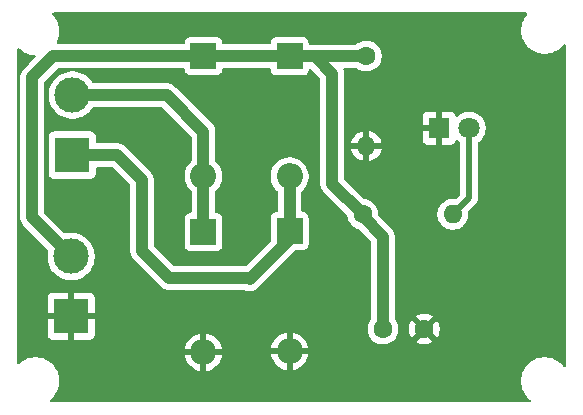
<source format=gbr>
G04 #@! TF.GenerationSoftware,KiCad,Pcbnew,9.0.1*
G04 #@! TF.CreationDate,2025-08-14T10:09:53+05:00*
G04 #@! TF.ProjectId,ac_to_dc_converter,61635f74-6f5f-4646-935f-636f6e766572,rev?*
G04 #@! TF.SameCoordinates,Original*
G04 #@! TF.FileFunction,Copper,L2,Bot*
G04 #@! TF.FilePolarity,Positive*
%FSLAX46Y46*%
G04 Gerber Fmt 4.6, Leading zero omitted, Abs format (unit mm)*
G04 Created by KiCad (PCBNEW 9.0.1) date 2025-08-14 10:09:53*
%MOMM*%
%LPD*%
G01*
G04 APERTURE LIST*
G04 #@! TA.AperFunction,ComponentPad*
%ADD10R,2.200000X2.200000*%
G04 #@! TD*
G04 #@! TA.AperFunction,ComponentPad*
%ADD11O,2.200000X2.200000*%
G04 #@! TD*
G04 #@! TA.AperFunction,ComponentPad*
%ADD12C,1.600000*%
G04 #@! TD*
G04 #@! TA.AperFunction,ComponentPad*
%ADD13O,1.600000X1.600000*%
G04 #@! TD*
G04 #@! TA.AperFunction,ComponentPad*
%ADD14R,3.000000X3.000000*%
G04 #@! TD*
G04 #@! TA.AperFunction,ComponentPad*
%ADD15C,3.000000*%
G04 #@! TD*
G04 #@! TA.AperFunction,ComponentPad*
%ADD16R,1.800000X1.800000*%
G04 #@! TD*
G04 #@! TA.AperFunction,ComponentPad*
%ADD17C,1.800000*%
G04 #@! TD*
G04 #@! TA.AperFunction,Conductor*
%ADD18C,1.000000*%
G04 #@! TD*
G04 #@! TA.AperFunction,Conductor*
%ADD19C,0.500000*%
G04 #@! TD*
G04 APERTURE END LIST*
D10*
X134100000Y-103520000D03*
D11*
X134100000Y-113680000D03*
D12*
X140280000Y-102100000D03*
D13*
X147900000Y-102100000D03*
D14*
X115600000Y-110740000D03*
D15*
X115600000Y-105660000D03*
D12*
X140600000Y-88690000D03*
D13*
X140600000Y-96310000D03*
D16*
X146760000Y-94800000D03*
D17*
X149300000Y-94800000D03*
D10*
X126800000Y-88700000D03*
D11*
X126800000Y-98860000D03*
D14*
X115700000Y-97080000D03*
D15*
X115700000Y-92000000D03*
D10*
X134100000Y-88720000D03*
D11*
X134100000Y-98880000D03*
D10*
X126800000Y-103600000D03*
D11*
X126800000Y-113760000D03*
D12*
X142000000Y-111800000D03*
X145500000Y-111800000D03*
D18*
X112300000Y-102360000D02*
X112300000Y-90500000D01*
X115600000Y-105660000D02*
X112300000Y-102360000D01*
X137700000Y-99520000D02*
X140280000Y-102100000D01*
X112300000Y-90500000D02*
X114100000Y-88700000D01*
X140280000Y-102100000D02*
X140280000Y-102280000D01*
X140280000Y-102280000D02*
X142000000Y-104000000D01*
X136300000Y-88720000D02*
X140570000Y-88720000D01*
X134100000Y-88720000D02*
X136300000Y-88720000D01*
X142000000Y-104000000D02*
X142000000Y-111800000D01*
X136300000Y-88720000D02*
X136300000Y-88800000D01*
X137700000Y-90200000D02*
X137700000Y-99520000D01*
X114100000Y-88700000D02*
X126800000Y-88700000D01*
X134080000Y-88700000D02*
X134100000Y-88720000D01*
X140570000Y-88720000D02*
X140600000Y-88690000D01*
X140580000Y-88720000D02*
X140600000Y-88700000D01*
X136300000Y-88800000D02*
X137700000Y-90200000D01*
X126800000Y-88700000D02*
X134080000Y-88700000D01*
X134020000Y-113760000D02*
X134100000Y-113680000D01*
X130600000Y-107500000D02*
X130700000Y-107600000D01*
X115700000Y-97080000D02*
X119480000Y-97080000D01*
X119480000Y-97080000D02*
X121600000Y-99200000D01*
X121600000Y-99200000D02*
X121600000Y-105200000D01*
X130700000Y-107600000D02*
X134100000Y-104200000D01*
X134100000Y-98880000D02*
X134100000Y-103520000D01*
X121600000Y-105200000D02*
X123900000Y-107500000D01*
X123900000Y-107500000D02*
X130600000Y-107500000D01*
X134100000Y-104200000D02*
X134100000Y-103520000D01*
X123700000Y-92000000D02*
X126800000Y-95100000D01*
X126800000Y-95100000D02*
X126800000Y-98860000D01*
X115700000Y-92000000D02*
X123700000Y-92000000D01*
X126800000Y-98860000D02*
X126800000Y-103600000D01*
D19*
X149300000Y-94800000D02*
X149300000Y-100700000D01*
X149300000Y-100700000D02*
X147900000Y-102100000D01*
G04 #@! TA.AperFunction,Conductor*
G36*
X154144625Y-85020185D02*
G01*
X154190380Y-85072989D01*
X154200324Y-85142147D01*
X154175961Y-85199987D01*
X154033075Y-85386196D01*
X153901958Y-85613299D01*
X153901953Y-85613309D01*
X153801605Y-85855571D01*
X153801602Y-85855581D01*
X153733730Y-86108885D01*
X153699500Y-86368872D01*
X153699500Y-86631127D01*
X153720436Y-86790140D01*
X153733730Y-86891116D01*
X153798831Y-87134076D01*
X153801602Y-87144418D01*
X153801605Y-87144428D01*
X153901953Y-87386690D01*
X153901958Y-87386700D01*
X154033075Y-87613803D01*
X154192718Y-87821851D01*
X154192726Y-87821860D01*
X154378140Y-88007274D01*
X154378148Y-88007281D01*
X154586196Y-88166924D01*
X154813299Y-88298041D01*
X154813309Y-88298046D01*
X155024358Y-88385465D01*
X155055581Y-88398398D01*
X155308884Y-88466270D01*
X155568880Y-88500500D01*
X155568887Y-88500500D01*
X155831113Y-88500500D01*
X155831120Y-88500500D01*
X156091116Y-88466270D01*
X156344419Y-88398398D01*
X156586697Y-88298043D01*
X156813803Y-88166924D01*
X157021851Y-88007282D01*
X157021855Y-88007277D01*
X157021860Y-88007274D01*
X157207273Y-87821860D01*
X157207282Y-87821851D01*
X157277127Y-87730827D01*
X157333552Y-87689628D01*
X157403298Y-87685473D01*
X157464219Y-87719686D01*
X157496971Y-87781403D01*
X157499500Y-87806317D01*
X157499500Y-114893682D01*
X157479815Y-114960721D01*
X157427011Y-115006476D01*
X157357853Y-115016420D01*
X157294297Y-114987395D01*
X157277125Y-114969169D01*
X157207281Y-114878148D01*
X157207274Y-114878140D01*
X157021860Y-114692726D01*
X157021851Y-114692718D01*
X156813803Y-114533075D01*
X156586700Y-114401958D01*
X156586690Y-114401953D01*
X156344428Y-114301605D01*
X156344421Y-114301603D01*
X156344419Y-114301602D01*
X156091116Y-114233730D01*
X156033339Y-114226123D01*
X155831127Y-114199500D01*
X155831120Y-114199500D01*
X155568880Y-114199500D01*
X155568872Y-114199500D01*
X155337772Y-114229926D01*
X155308884Y-114233730D01*
X155055581Y-114301602D01*
X155055571Y-114301605D01*
X154813309Y-114401953D01*
X154813299Y-114401958D01*
X154586196Y-114533075D01*
X154378148Y-114692718D01*
X154192718Y-114878148D01*
X154033075Y-115086196D01*
X153901958Y-115313299D01*
X153901953Y-115313309D01*
X153801605Y-115555571D01*
X153801602Y-115555581D01*
X153733730Y-115808885D01*
X153699500Y-116068872D01*
X153699500Y-116331127D01*
X153720436Y-116490140D01*
X153733730Y-116591116D01*
X153755178Y-116671161D01*
X153801602Y-116844418D01*
X153801605Y-116844428D01*
X153901953Y-117086690D01*
X153901958Y-117086700D01*
X154033075Y-117313803D01*
X154192718Y-117521851D01*
X154192726Y-117521860D01*
X154378140Y-117707274D01*
X154378148Y-117707281D01*
X154469169Y-117777125D01*
X154510372Y-117833553D01*
X154514526Y-117903299D01*
X154480313Y-117964219D01*
X154418595Y-117996971D01*
X154393682Y-117999500D01*
X113906318Y-117999500D01*
X113839279Y-117979815D01*
X113793524Y-117927011D01*
X113783580Y-117857853D01*
X113812605Y-117794297D01*
X113830831Y-117777125D01*
X113856478Y-117757444D01*
X113921851Y-117707282D01*
X113921855Y-117707277D01*
X113921860Y-117707274D01*
X114107274Y-117521860D01*
X114107277Y-117521855D01*
X114107282Y-117521851D01*
X114266924Y-117313803D01*
X114398043Y-117086697D01*
X114498398Y-116844419D01*
X114566270Y-116591116D01*
X114600500Y-116331120D01*
X114600500Y-116068880D01*
X114566270Y-115808884D01*
X114498398Y-115555581D01*
X114445294Y-115427376D01*
X114398046Y-115313309D01*
X114398041Y-115313299D01*
X114266924Y-115086196D01*
X114107281Y-114878148D01*
X114107274Y-114878140D01*
X113921860Y-114692726D01*
X113921851Y-114692718D01*
X113713803Y-114533075D01*
X113486700Y-114401958D01*
X113486690Y-114401953D01*
X113244428Y-114301605D01*
X113244421Y-114301603D01*
X113244419Y-114301602D01*
X112991116Y-114233730D01*
X112933339Y-114226123D01*
X112731127Y-114199500D01*
X112731120Y-114199500D01*
X112468880Y-114199500D01*
X112468872Y-114199500D01*
X112237772Y-114229926D01*
X112208884Y-114233730D01*
X111955581Y-114301602D01*
X111955571Y-114301605D01*
X111713309Y-114401953D01*
X111713299Y-114401958D01*
X111486196Y-114533075D01*
X111278148Y-114692718D01*
X111212181Y-114758685D01*
X111150858Y-114792170D01*
X111081166Y-114787186D01*
X111025233Y-114745314D01*
X111000816Y-114679850D01*
X111000500Y-114671004D01*
X111000500Y-113510000D01*
X125219652Y-113510000D01*
X126309252Y-113510000D01*
X126287482Y-113547708D01*
X126250000Y-113687591D01*
X126250000Y-113832409D01*
X126287482Y-113972292D01*
X126309252Y-114010000D01*
X125219652Y-114010000D01*
X125239397Y-114134668D01*
X125239397Y-114134671D01*
X125317219Y-114374184D01*
X125431557Y-114598583D01*
X125579590Y-114802331D01*
X125579590Y-114802332D01*
X125757667Y-114980409D01*
X125961416Y-115128442D01*
X126185815Y-115242780D01*
X126425329Y-115320602D01*
X126550000Y-115340348D01*
X126550000Y-114250747D01*
X126587708Y-114272518D01*
X126727591Y-114310000D01*
X126872409Y-114310000D01*
X127012292Y-114272518D01*
X127050000Y-114250747D01*
X127050000Y-115340347D01*
X127174668Y-115320602D01*
X127174671Y-115320602D01*
X127414184Y-115242780D01*
X127638583Y-115128442D01*
X127842331Y-114980409D01*
X127842332Y-114980409D01*
X128020409Y-114802332D01*
X128020409Y-114802331D01*
X128168442Y-114598583D01*
X128282780Y-114374184D01*
X128360602Y-114134671D01*
X128360602Y-114134668D01*
X128380348Y-114010000D01*
X127290748Y-114010000D01*
X127312518Y-113972292D01*
X127350000Y-113832409D01*
X127350000Y-113687591D01*
X127312518Y-113547708D01*
X127290748Y-113510000D01*
X128380348Y-113510000D01*
X128376620Y-113486461D01*
X128367677Y-113430000D01*
X132519652Y-113430000D01*
X133609252Y-113430000D01*
X133587482Y-113467708D01*
X133550000Y-113607591D01*
X133550000Y-113752409D01*
X133587482Y-113892292D01*
X133609252Y-113930000D01*
X132519652Y-113930000D01*
X132539397Y-114054668D01*
X132539397Y-114054671D01*
X132617219Y-114294184D01*
X132731557Y-114518583D01*
X132879590Y-114722331D01*
X132879590Y-114722332D01*
X133057667Y-114900409D01*
X133261416Y-115048442D01*
X133485815Y-115162780D01*
X133725329Y-115240602D01*
X133850000Y-115260348D01*
X133850000Y-114170747D01*
X133887708Y-114192518D01*
X134027591Y-114230000D01*
X134172409Y-114230000D01*
X134312292Y-114192518D01*
X134350000Y-114170747D01*
X134350000Y-115260347D01*
X134474668Y-115240602D01*
X134474671Y-115240602D01*
X134714184Y-115162780D01*
X134938583Y-115048442D01*
X135142331Y-114900409D01*
X135142332Y-114900409D01*
X135320409Y-114722332D01*
X135320409Y-114722331D01*
X135468442Y-114518583D01*
X135582780Y-114294184D01*
X135660602Y-114054671D01*
X135660602Y-114054668D01*
X135680348Y-113930000D01*
X134590748Y-113930000D01*
X134612518Y-113892292D01*
X134650000Y-113752409D01*
X134650000Y-113607591D01*
X134612518Y-113467708D01*
X134590748Y-113430000D01*
X135680348Y-113430000D01*
X135660602Y-113305331D01*
X135660602Y-113305328D01*
X135582780Y-113065815D01*
X135468442Y-112841416D01*
X135320409Y-112637668D01*
X135320409Y-112637667D01*
X135142332Y-112459590D01*
X134938583Y-112311557D01*
X134714184Y-112197219D01*
X134474670Y-112119397D01*
X134350000Y-112099650D01*
X134350000Y-113189252D01*
X134312292Y-113167482D01*
X134172409Y-113130000D01*
X134027591Y-113130000D01*
X133887708Y-113167482D01*
X133850000Y-113189252D01*
X133850000Y-112099650D01*
X133725330Y-112119397D01*
X133725327Y-112119397D01*
X133485815Y-112197219D01*
X133261416Y-112311557D01*
X133057668Y-112459590D01*
X133057667Y-112459590D01*
X132879590Y-112637667D01*
X132879590Y-112637668D01*
X132731557Y-112841416D01*
X132617219Y-113065815D01*
X132539397Y-113305328D01*
X132539397Y-113305331D01*
X132519652Y-113430000D01*
X128367677Y-113430000D01*
X128360602Y-113385331D01*
X128360602Y-113385328D01*
X128282780Y-113145815D01*
X128168442Y-112921416D01*
X128020409Y-112717668D01*
X128020409Y-112717667D01*
X127842332Y-112539590D01*
X127638583Y-112391557D01*
X127414184Y-112277219D01*
X127174670Y-112199397D01*
X127050000Y-112179650D01*
X127050000Y-113269252D01*
X127012292Y-113247482D01*
X126872409Y-113210000D01*
X126727591Y-113210000D01*
X126587708Y-113247482D01*
X126550000Y-113269252D01*
X126550000Y-112179650D01*
X126425330Y-112199397D01*
X126425327Y-112199397D01*
X126185815Y-112277219D01*
X125961416Y-112391557D01*
X125757668Y-112539590D01*
X125757667Y-112539590D01*
X125579590Y-112717667D01*
X125579590Y-112717668D01*
X125431557Y-112921416D01*
X125317219Y-113145815D01*
X125239397Y-113385328D01*
X125239397Y-113385331D01*
X125219652Y-113510000D01*
X111000500Y-113510000D01*
X111000500Y-109192155D01*
X113600000Y-109192155D01*
X113600000Y-110490000D01*
X114880936Y-110490000D01*
X114869207Y-110518316D01*
X114840000Y-110665147D01*
X114840000Y-110814853D01*
X114869207Y-110961684D01*
X114880936Y-110990000D01*
X113600000Y-110990000D01*
X113600000Y-112287844D01*
X113606401Y-112347372D01*
X113606403Y-112347379D01*
X113656645Y-112482086D01*
X113656649Y-112482093D01*
X113742809Y-112597187D01*
X113742812Y-112597190D01*
X113857906Y-112683350D01*
X113857913Y-112683354D01*
X113992620Y-112733596D01*
X113992627Y-112733598D01*
X114052155Y-112739999D01*
X114052172Y-112740000D01*
X115350000Y-112740000D01*
X115350000Y-111459064D01*
X115378316Y-111470793D01*
X115525147Y-111500000D01*
X115674853Y-111500000D01*
X115821684Y-111470793D01*
X115850000Y-111459064D01*
X115850000Y-112740000D01*
X117147828Y-112740000D01*
X117147844Y-112739999D01*
X117207372Y-112733598D01*
X117207379Y-112733596D01*
X117342086Y-112683354D01*
X117342093Y-112683350D01*
X117457187Y-112597190D01*
X117457190Y-112597187D01*
X117543350Y-112482093D01*
X117543354Y-112482086D01*
X117593596Y-112347379D01*
X117593598Y-112347372D01*
X117599999Y-112287844D01*
X117600000Y-112287827D01*
X117600000Y-110990000D01*
X116319064Y-110990000D01*
X116330793Y-110961684D01*
X116360000Y-110814853D01*
X116360000Y-110665147D01*
X116330793Y-110518316D01*
X116319064Y-110490000D01*
X117600000Y-110490000D01*
X117600000Y-109192172D01*
X117599999Y-109192155D01*
X117593598Y-109132627D01*
X117593596Y-109132620D01*
X117543354Y-108997913D01*
X117543350Y-108997906D01*
X117457190Y-108882812D01*
X117457187Y-108882809D01*
X117342093Y-108796649D01*
X117342086Y-108796645D01*
X117207379Y-108746403D01*
X117207372Y-108746401D01*
X117147844Y-108740000D01*
X115850000Y-108740000D01*
X115850000Y-110020935D01*
X115821684Y-110009207D01*
X115674853Y-109980000D01*
X115525147Y-109980000D01*
X115378316Y-110009207D01*
X115350000Y-110020935D01*
X115350000Y-108740000D01*
X114052155Y-108740000D01*
X113992627Y-108746401D01*
X113992620Y-108746403D01*
X113857913Y-108796645D01*
X113857906Y-108796649D01*
X113742812Y-108882809D01*
X113742809Y-108882812D01*
X113656649Y-108997906D01*
X113656645Y-108997913D01*
X113606403Y-109132620D01*
X113606401Y-109132627D01*
X113600000Y-109192155D01*
X111000500Y-109192155D01*
X111000500Y-88128996D01*
X111020185Y-88061957D01*
X111072989Y-88016202D01*
X111142147Y-88006258D01*
X111205703Y-88035283D01*
X111212181Y-88041315D01*
X111278140Y-88107274D01*
X111278148Y-88107281D01*
X111486196Y-88266924D01*
X111713299Y-88398041D01*
X111713309Y-88398046D01*
X111878017Y-88466270D01*
X111955581Y-88498398D01*
X112208884Y-88566270D01*
X112468880Y-88600500D01*
X112468887Y-88600500D01*
X112485216Y-88600500D01*
X112552255Y-88620185D01*
X112598010Y-88672989D01*
X112607954Y-88742147D01*
X112578929Y-88805703D01*
X112572897Y-88812181D01*
X112013469Y-89371610D01*
X111662220Y-89722859D01*
X111662218Y-89722861D01*
X111625076Y-89760003D01*
X111522859Y-89862219D01*
X111413371Y-90026079D01*
X111413364Y-90026092D01*
X111337950Y-90208160D01*
X111337947Y-90208170D01*
X111299500Y-90401456D01*
X111299500Y-102458544D01*
X111334274Y-102633365D01*
X111337948Y-102651832D01*
X111337950Y-102651840D01*
X111413364Y-102833907D01*
X111413371Y-102833920D01*
X111522859Y-102997780D01*
X111522860Y-102997781D01*
X111522861Y-102997782D01*
X111662218Y-103137139D01*
X111662219Y-103137139D01*
X111669286Y-103144206D01*
X111669285Y-103144206D01*
X111669289Y-103144209D01*
X113616968Y-105091888D01*
X113650453Y-105153211D01*
X113649062Y-105211660D01*
X113633733Y-105268872D01*
X113633730Y-105268884D01*
X113633730Y-105268885D01*
X113633729Y-105268892D01*
X113599500Y-105528872D01*
X113599500Y-105791127D01*
X113623990Y-105977139D01*
X113633730Y-106051116D01*
X113701602Y-106304418D01*
X113701605Y-106304428D01*
X113801953Y-106546690D01*
X113801958Y-106546700D01*
X113933075Y-106773803D01*
X114092718Y-106981851D01*
X114092726Y-106981860D01*
X114278140Y-107167274D01*
X114278148Y-107167281D01*
X114486196Y-107326924D01*
X114713299Y-107458041D01*
X114713309Y-107458046D01*
X114955571Y-107558394D01*
X114955581Y-107558398D01*
X115208884Y-107626270D01*
X115468880Y-107660500D01*
X115468887Y-107660500D01*
X115731113Y-107660500D01*
X115731120Y-107660500D01*
X115991116Y-107626270D01*
X116244419Y-107558398D01*
X116486697Y-107458043D01*
X116713803Y-107326924D01*
X116921851Y-107167282D01*
X116921855Y-107167277D01*
X116921860Y-107167274D01*
X117107274Y-106981860D01*
X117107277Y-106981855D01*
X117107282Y-106981851D01*
X117266924Y-106773803D01*
X117398043Y-106546697D01*
X117498398Y-106304419D01*
X117566270Y-106051116D01*
X117600500Y-105791120D01*
X117600500Y-105528880D01*
X117566270Y-105268884D01*
X117498398Y-105015581D01*
X117482644Y-104977547D01*
X117398046Y-104773309D01*
X117398041Y-104773299D01*
X117266924Y-104546196D01*
X117107281Y-104338148D01*
X117107274Y-104338140D01*
X116921860Y-104152726D01*
X116921851Y-104152718D01*
X116713803Y-103993075D01*
X116486700Y-103861958D01*
X116486690Y-103861953D01*
X116244428Y-103761605D01*
X116244421Y-103761603D01*
X116244419Y-103761602D01*
X115991116Y-103693730D01*
X115933339Y-103686123D01*
X115731127Y-103659500D01*
X115731120Y-103659500D01*
X115468880Y-103659500D01*
X115468872Y-103659500D01*
X115221402Y-103692081D01*
X115208884Y-103693730D01*
X115208875Y-103693732D01*
X115208872Y-103693733D01*
X115151660Y-103709062D01*
X115081810Y-103707398D01*
X115031888Y-103676968D01*
X114188840Y-102833920D01*
X113336819Y-101981898D01*
X113303334Y-101920575D01*
X113300500Y-101894217D01*
X113300500Y-95532135D01*
X113699500Y-95532135D01*
X113699500Y-98627870D01*
X113699501Y-98627876D01*
X113705908Y-98687483D01*
X113756202Y-98822328D01*
X113756206Y-98822335D01*
X113842452Y-98937544D01*
X113842455Y-98937547D01*
X113957664Y-99023793D01*
X113957671Y-99023797D01*
X114092517Y-99074091D01*
X114092516Y-99074091D01*
X114099444Y-99074835D01*
X114152127Y-99080500D01*
X117247872Y-99080499D01*
X117307483Y-99074091D01*
X117442331Y-99023796D01*
X117557546Y-98937546D01*
X117643796Y-98822331D01*
X117694091Y-98687483D01*
X117700500Y-98627873D01*
X117700500Y-98204500D01*
X117720185Y-98137461D01*
X117772989Y-98091706D01*
X117824500Y-98080500D01*
X119014218Y-98080500D01*
X119081257Y-98100185D01*
X119101899Y-98116819D01*
X120563181Y-99578101D01*
X120596666Y-99639424D01*
X120599500Y-99665782D01*
X120599500Y-105298541D01*
X120599500Y-105298543D01*
X120599499Y-105298543D01*
X120637947Y-105491829D01*
X120637950Y-105491839D01*
X120713364Y-105673907D01*
X120713371Y-105673920D01*
X120822860Y-105837781D01*
X120822863Y-105837785D01*
X120966537Y-105981459D01*
X120966559Y-105981479D01*
X123119735Y-108134655D01*
X123119764Y-108134686D01*
X123262214Y-108277136D01*
X123262218Y-108277139D01*
X123426079Y-108386628D01*
X123426092Y-108386635D01*
X123554833Y-108439961D01*
X123597744Y-108457735D01*
X123608164Y-108462051D01*
X123704812Y-108481275D01*
X123753135Y-108490887D01*
X123801458Y-108500500D01*
X123801459Y-108500500D01*
X123801460Y-108500500D01*
X123998540Y-108500500D01*
X130234903Y-108500500D01*
X130282355Y-108509938D01*
X130408164Y-108562051D01*
X130601454Y-108600499D01*
X130601457Y-108600500D01*
X130601459Y-108600500D01*
X130798542Y-108600500D01*
X130798543Y-108600499D01*
X130991836Y-108562051D01*
X131173914Y-108486631D01*
X131337781Y-108377139D01*
X134558101Y-105156817D01*
X134619424Y-105123333D01*
X134645782Y-105120499D01*
X135247871Y-105120499D01*
X135247872Y-105120499D01*
X135307483Y-105114091D01*
X135442331Y-105063796D01*
X135557546Y-104977546D01*
X135643796Y-104862331D01*
X135694091Y-104727483D01*
X135700500Y-104667873D01*
X135700499Y-102372128D01*
X135694091Y-102312517D01*
X135658350Y-102216691D01*
X135643797Y-102177671D01*
X135643793Y-102177664D01*
X135557547Y-102062455D01*
X135557544Y-102062452D01*
X135442335Y-101976206D01*
X135442328Y-101976202D01*
X135307482Y-101925908D01*
X135307483Y-101925908D01*
X135247883Y-101919501D01*
X135247881Y-101919500D01*
X135247873Y-101919500D01*
X135247865Y-101919500D01*
X135224500Y-101919500D01*
X135157461Y-101899815D01*
X135111706Y-101847011D01*
X135100500Y-101795500D01*
X135100500Y-100193962D01*
X135120185Y-100126923D01*
X135139623Y-100104650D01*
X135139211Y-100104238D01*
X135162656Y-100080793D01*
X135320793Y-99922656D01*
X135468870Y-99718845D01*
X135583241Y-99494379D01*
X135661090Y-99254785D01*
X135700500Y-99005962D01*
X135700500Y-98754038D01*
X135661090Y-98505215D01*
X135583241Y-98265621D01*
X135583239Y-98265618D01*
X135583239Y-98265616D01*
X135517940Y-98137461D01*
X135468870Y-98041155D01*
X135449952Y-98015117D01*
X135320798Y-97837350D01*
X135320794Y-97837345D01*
X135142654Y-97659205D01*
X135142649Y-97659201D01*
X134938848Y-97511132D01*
X134938847Y-97511131D01*
X134938845Y-97511130D01*
X134868747Y-97475413D01*
X134714383Y-97396760D01*
X134474785Y-97318910D01*
X134365381Y-97301582D01*
X134225962Y-97279500D01*
X133974038Y-97279500D01*
X133849626Y-97299205D01*
X133725214Y-97318910D01*
X133485616Y-97396760D01*
X133261151Y-97511132D01*
X133057350Y-97659201D01*
X133057345Y-97659205D01*
X132879205Y-97837345D01*
X132879201Y-97837350D01*
X132731132Y-98041151D01*
X132616760Y-98265616D01*
X132538910Y-98505214D01*
X132510041Y-98687483D01*
X132499500Y-98754038D01*
X132499500Y-99005962D01*
X132535742Y-99234785D01*
X132538910Y-99254785D01*
X132616760Y-99494383D01*
X132680023Y-99618542D01*
X132707456Y-99672383D01*
X132731132Y-99718848D01*
X132879201Y-99922649D01*
X132879205Y-99922654D01*
X133060789Y-100104238D01*
X133059714Y-100105312D01*
X133094225Y-100158180D01*
X133099500Y-100193962D01*
X133099500Y-101795500D01*
X133079815Y-101862539D01*
X133027011Y-101908294D01*
X132975505Y-101919500D01*
X132952132Y-101919500D01*
X132952123Y-101919501D01*
X132892516Y-101925908D01*
X132757671Y-101976202D01*
X132757664Y-101976206D01*
X132642455Y-102062452D01*
X132642452Y-102062455D01*
X132556206Y-102177664D01*
X132556202Y-102177671D01*
X132505908Y-102312517D01*
X132499501Y-102372116D01*
X132499501Y-102372123D01*
X132499500Y-102372135D01*
X132499500Y-104334217D01*
X132479815Y-104401256D01*
X132463181Y-104421898D01*
X130421899Y-106463181D01*
X130360576Y-106496666D01*
X130334218Y-106499500D01*
X124365782Y-106499500D01*
X124298743Y-106479815D01*
X124278101Y-106463181D01*
X122636819Y-104821899D01*
X122603334Y-104760576D01*
X122600500Y-104734218D01*
X122600500Y-99101456D01*
X122562052Y-98908170D01*
X122562051Y-98908169D01*
X122562051Y-98908165D01*
X122562049Y-98908160D01*
X122486635Y-98726092D01*
X122486628Y-98726079D01*
X122377140Y-98562219D01*
X122320135Y-98505214D01*
X122237782Y-98422861D01*
X122237781Y-98422860D01*
X120264208Y-96449288D01*
X120264206Y-96449285D01*
X120264206Y-96449286D01*
X120257139Y-96442219D01*
X120257139Y-96442218D01*
X120117782Y-96302861D01*
X120117781Y-96302860D01*
X120117780Y-96302859D01*
X119953920Y-96193371D01*
X119953911Y-96193366D01*
X119833170Y-96143354D01*
X119825165Y-96140038D01*
X119771836Y-96117949D01*
X119671018Y-96097895D01*
X119666512Y-96096998D01*
X119666506Y-96096997D01*
X119578543Y-96079500D01*
X119578541Y-96079500D01*
X117824499Y-96079500D01*
X117757460Y-96059815D01*
X117711705Y-96007011D01*
X117700499Y-95955500D01*
X117700499Y-95532129D01*
X117700498Y-95532123D01*
X117700497Y-95532116D01*
X117694091Y-95472517D01*
X117690580Y-95463104D01*
X117643797Y-95337671D01*
X117643793Y-95337664D01*
X117557547Y-95222455D01*
X117557544Y-95222452D01*
X117442335Y-95136206D01*
X117442328Y-95136202D01*
X117307482Y-95085908D01*
X117307483Y-95085908D01*
X117247883Y-95079501D01*
X117247881Y-95079500D01*
X117247873Y-95079500D01*
X117247864Y-95079500D01*
X114152129Y-95079500D01*
X114152123Y-95079501D01*
X114092516Y-95085908D01*
X113957671Y-95136202D01*
X113957664Y-95136206D01*
X113842455Y-95222452D01*
X113842452Y-95222455D01*
X113756206Y-95337664D01*
X113756202Y-95337671D01*
X113705908Y-95472517D01*
X113699501Y-95532116D01*
X113699501Y-95532123D01*
X113699500Y-95532135D01*
X113300500Y-95532135D01*
X113300500Y-91868872D01*
X113699500Y-91868872D01*
X113699500Y-92131127D01*
X113726123Y-92333339D01*
X113733730Y-92391116D01*
X113801602Y-92644418D01*
X113801605Y-92644428D01*
X113901953Y-92886690D01*
X113901958Y-92886700D01*
X114033075Y-93113803D01*
X114192718Y-93321851D01*
X114192726Y-93321860D01*
X114378140Y-93507274D01*
X114378148Y-93507281D01*
X114586196Y-93666924D01*
X114813299Y-93798041D01*
X114813309Y-93798046D01*
X115029599Y-93887636D01*
X115055581Y-93898398D01*
X115308884Y-93966270D01*
X115568880Y-94000500D01*
X115568887Y-94000500D01*
X115831113Y-94000500D01*
X115831120Y-94000500D01*
X116091116Y-93966270D01*
X116344419Y-93898398D01*
X116521340Y-93825114D01*
X116586690Y-93798046D01*
X116586691Y-93798045D01*
X116586697Y-93798043D01*
X116813803Y-93666924D01*
X117021851Y-93507282D01*
X117021855Y-93507277D01*
X117021860Y-93507274D01*
X117207274Y-93321860D01*
X117207277Y-93321855D01*
X117207282Y-93321851D01*
X117366924Y-93113803D01*
X117396544Y-93062500D01*
X117447111Y-93014285D01*
X117503931Y-93000500D01*
X123234218Y-93000500D01*
X123301257Y-93020185D01*
X123321899Y-93036819D01*
X125763181Y-95478101D01*
X125796666Y-95539424D01*
X125799500Y-95565782D01*
X125799500Y-97546037D01*
X125779815Y-97613076D01*
X125760376Y-97635350D01*
X125760788Y-97635762D01*
X125579205Y-97817345D01*
X125579201Y-97817350D01*
X125431132Y-98021151D01*
X125316760Y-98245616D01*
X125238910Y-98485214D01*
X125216313Y-98627883D01*
X125199500Y-98734038D01*
X125199500Y-98985962D01*
X125214486Y-99080576D01*
X125238910Y-99234785D01*
X125316760Y-99474383D01*
X125369608Y-99578101D01*
X125419478Y-99675977D01*
X125431132Y-99698848D01*
X125579201Y-99902649D01*
X125579205Y-99902654D01*
X125760789Y-100084238D01*
X125759714Y-100085312D01*
X125794225Y-100138180D01*
X125799500Y-100173962D01*
X125799500Y-101875500D01*
X125779815Y-101942539D01*
X125727011Y-101988294D01*
X125675505Y-101999500D01*
X125652132Y-101999500D01*
X125652123Y-101999501D01*
X125592516Y-102005908D01*
X125457671Y-102056202D01*
X125457664Y-102056206D01*
X125342455Y-102142452D01*
X125342452Y-102142455D01*
X125256206Y-102257664D01*
X125256202Y-102257671D01*
X125205908Y-102392517D01*
X125199501Y-102452116D01*
X125199501Y-102452123D01*
X125199500Y-102452135D01*
X125199500Y-104747870D01*
X125199501Y-104747876D01*
X125205908Y-104807483D01*
X125256202Y-104942328D01*
X125256206Y-104942335D01*
X125342452Y-105057544D01*
X125342455Y-105057547D01*
X125457664Y-105143793D01*
X125457671Y-105143797D01*
X125592517Y-105194091D01*
X125592516Y-105194091D01*
X125599444Y-105194835D01*
X125652127Y-105200500D01*
X127947872Y-105200499D01*
X128007483Y-105194091D01*
X128142331Y-105143796D01*
X128257546Y-105057546D01*
X128343796Y-104942331D01*
X128394091Y-104807483D01*
X128400500Y-104747873D01*
X128400499Y-102452128D01*
X128394091Y-102392517D01*
X128386486Y-102372128D01*
X128343797Y-102257671D01*
X128343793Y-102257664D01*
X128257547Y-102142455D01*
X128257544Y-102142452D01*
X128142335Y-102056206D01*
X128142328Y-102056202D01*
X128007482Y-102005908D01*
X128007483Y-102005908D01*
X127947883Y-101999501D01*
X127947881Y-101999500D01*
X127947873Y-101999500D01*
X127947865Y-101999500D01*
X127924500Y-101999500D01*
X127857461Y-101979815D01*
X127811706Y-101927011D01*
X127800500Y-101875500D01*
X127800500Y-100173962D01*
X127820185Y-100106923D01*
X127839623Y-100084650D01*
X127839211Y-100084238D01*
X127929543Y-99993906D01*
X128020793Y-99902656D01*
X128168870Y-99698845D01*
X128283241Y-99474379D01*
X128361090Y-99234785D01*
X128400500Y-98985962D01*
X128400500Y-98734038D01*
X128361090Y-98485215D01*
X128283241Y-98245621D01*
X128283239Y-98245618D01*
X128283239Y-98245616D01*
X128217613Y-98116819D01*
X128168870Y-98021155D01*
X128149952Y-97995117D01*
X128020798Y-97817350D01*
X128020794Y-97817345D01*
X127839212Y-97635762D01*
X127840285Y-97634688D01*
X127805774Y-97581815D01*
X127800500Y-97546037D01*
X127800500Y-95001456D01*
X127762052Y-94808170D01*
X127762051Y-94808169D01*
X127762051Y-94808165D01*
X127762049Y-94808160D01*
X127686635Y-94626092D01*
X127686628Y-94626079D01*
X127577139Y-94462218D01*
X127577136Y-94462214D01*
X127434686Y-94319764D01*
X127434655Y-94319735D01*
X124481479Y-91366559D01*
X124481459Y-91366537D01*
X124337785Y-91222863D01*
X124337781Y-91222860D01*
X124173920Y-91113371D01*
X124173911Y-91113366D01*
X124101315Y-91083296D01*
X124045165Y-91060038D01*
X123991836Y-91037949D01*
X123991832Y-91037948D01*
X123991828Y-91037946D01*
X123895188Y-91018724D01*
X123798544Y-90999500D01*
X123798541Y-90999500D01*
X117503931Y-90999500D01*
X117436892Y-90979815D01*
X117396544Y-90937500D01*
X117366924Y-90886196D01*
X117207281Y-90678148D01*
X117207274Y-90678140D01*
X117021860Y-90492726D01*
X117021851Y-90492718D01*
X116813803Y-90333075D01*
X116586700Y-90201958D01*
X116586690Y-90201953D01*
X116344428Y-90101605D01*
X116344421Y-90101603D01*
X116344419Y-90101602D01*
X116091116Y-90033730D01*
X116033002Y-90026079D01*
X115831127Y-89999500D01*
X115831120Y-89999500D01*
X115568880Y-89999500D01*
X115568872Y-89999500D01*
X115337772Y-90029926D01*
X115308884Y-90033730D01*
X115056126Y-90101456D01*
X115055581Y-90101602D01*
X115055571Y-90101605D01*
X114813309Y-90201953D01*
X114813299Y-90201958D01*
X114586196Y-90333075D01*
X114378148Y-90492718D01*
X114192718Y-90678148D01*
X114033075Y-90886196D01*
X113901958Y-91113299D01*
X113901953Y-91113309D01*
X113801605Y-91355571D01*
X113801602Y-91355581D01*
X113733730Y-91608885D01*
X113699500Y-91868872D01*
X113300500Y-91868872D01*
X113300500Y-90965782D01*
X113320185Y-90898743D01*
X113336819Y-90878101D01*
X114478102Y-89736819D01*
X114539425Y-89703334D01*
X114565783Y-89700500D01*
X125075501Y-89700500D01*
X125142540Y-89720185D01*
X125188295Y-89772989D01*
X125199501Y-89824500D01*
X125199501Y-89847876D01*
X125205908Y-89907483D01*
X125256202Y-90042328D01*
X125256206Y-90042335D01*
X125342452Y-90157544D01*
X125342455Y-90157547D01*
X125457664Y-90243793D01*
X125457671Y-90243797D01*
X125592517Y-90294091D01*
X125592516Y-90294091D01*
X125599444Y-90294835D01*
X125652127Y-90300500D01*
X127947872Y-90300499D01*
X128007483Y-90294091D01*
X128142331Y-90243796D01*
X128257546Y-90157546D01*
X128343796Y-90042331D01*
X128394091Y-89907483D01*
X128400500Y-89847873D01*
X128400500Y-89824500D01*
X128420185Y-89757461D01*
X128472989Y-89711706D01*
X128524500Y-89700500D01*
X132375501Y-89700500D01*
X132442540Y-89720185D01*
X132488295Y-89772989D01*
X132499501Y-89824500D01*
X132499501Y-89867876D01*
X132505908Y-89927483D01*
X132556202Y-90062328D01*
X132556206Y-90062335D01*
X132642452Y-90177544D01*
X132642455Y-90177547D01*
X132757664Y-90263793D01*
X132757671Y-90263797D01*
X132892517Y-90314091D01*
X132892516Y-90314091D01*
X132899444Y-90314835D01*
X132952127Y-90320500D01*
X135247872Y-90320499D01*
X135307483Y-90314091D01*
X135442331Y-90263796D01*
X135557546Y-90177546D01*
X135643796Y-90062331D01*
X135694091Y-89927483D01*
X135697302Y-89897614D01*
X135724039Y-89833067D01*
X135781432Y-89793219D01*
X135851257Y-89790725D01*
X135908272Y-89823192D01*
X136663181Y-90578101D01*
X136696666Y-90639424D01*
X136699500Y-90665782D01*
X136699500Y-99618541D01*
X136710925Y-99675977D01*
X136737949Y-99811836D01*
X136758107Y-99860500D01*
X136761372Y-99868383D01*
X136761373Y-99868386D01*
X136813364Y-99993906D01*
X136813371Y-99993919D01*
X136922860Y-100157782D01*
X137066537Y-100301459D01*
X137066559Y-100301479D01*
X138953281Y-102188201D01*
X138986766Y-102249524D01*
X138988073Y-102256483D01*
X139011523Y-102404535D01*
X139074781Y-102599223D01*
X139167715Y-102781613D01*
X139288028Y-102947213D01*
X139432786Y-103091971D01*
X139587749Y-103204556D01*
X139598390Y-103212287D01*
X139717620Y-103273037D01*
X139780780Y-103305220D01*
X139780786Y-103305222D01*
X139914698Y-103348732D01*
X139964062Y-103378982D01*
X140963181Y-104378101D01*
X140996666Y-104439424D01*
X140999500Y-104465782D01*
X140999500Y-110924237D01*
X140979815Y-110991276D01*
X140975818Y-110997122D01*
X140887715Y-111118386D01*
X140794781Y-111300776D01*
X140731522Y-111495465D01*
X140699500Y-111697648D01*
X140699500Y-111902351D01*
X140731522Y-112104534D01*
X140794781Y-112299223D01*
X140858691Y-112424653D01*
X140887585Y-112481359D01*
X140887715Y-112481613D01*
X141008028Y-112647213D01*
X141152786Y-112791971D01*
X141273226Y-112879474D01*
X141318390Y-112912287D01*
X141434607Y-112971503D01*
X141500776Y-113005218D01*
X141500778Y-113005218D01*
X141500781Y-113005220D01*
X141605137Y-113039127D01*
X141695465Y-113068477D01*
X141796557Y-113084488D01*
X141897648Y-113100500D01*
X141897649Y-113100500D01*
X142102351Y-113100500D01*
X142102352Y-113100500D01*
X142304534Y-113068477D01*
X142499219Y-113005220D01*
X142681610Y-112912287D01*
X142779156Y-112841416D01*
X142847213Y-112791971D01*
X142847215Y-112791968D01*
X142847219Y-112791966D01*
X142991966Y-112647219D01*
X142991968Y-112647215D01*
X142991971Y-112647213D01*
X143070162Y-112539590D01*
X143112287Y-112481610D01*
X143205220Y-112299219D01*
X143268477Y-112104534D01*
X143300500Y-111902352D01*
X143300500Y-111697682D01*
X144200000Y-111697682D01*
X144200000Y-111902317D01*
X144232009Y-112104417D01*
X144295244Y-112299031D01*
X144388141Y-112481350D01*
X144388147Y-112481359D01*
X144420523Y-112525921D01*
X144420524Y-112525922D01*
X145100000Y-111846446D01*
X145100000Y-111852661D01*
X145127259Y-111954394D01*
X145179920Y-112045606D01*
X145254394Y-112120080D01*
X145345606Y-112172741D01*
X145447339Y-112200000D01*
X145453553Y-112200000D01*
X144774076Y-112879474D01*
X144818650Y-112911859D01*
X145000968Y-113004755D01*
X145195582Y-113067990D01*
X145397683Y-113100000D01*
X145602317Y-113100000D01*
X145804417Y-113067990D01*
X145999031Y-113004755D01*
X146181349Y-112911859D01*
X146225921Y-112879474D01*
X145546447Y-112200000D01*
X145552661Y-112200000D01*
X145654394Y-112172741D01*
X145745606Y-112120080D01*
X145820080Y-112045606D01*
X145872741Y-111954394D01*
X145900000Y-111852661D01*
X145900000Y-111846448D01*
X146579474Y-112525922D01*
X146579474Y-112525921D01*
X146611859Y-112481349D01*
X146704755Y-112299031D01*
X146767990Y-112104417D01*
X146800000Y-111902317D01*
X146800000Y-111697682D01*
X146767990Y-111495582D01*
X146704755Y-111300968D01*
X146611859Y-111118650D01*
X146579474Y-111074077D01*
X146579474Y-111074076D01*
X145900000Y-111753551D01*
X145900000Y-111747339D01*
X145872741Y-111645606D01*
X145820080Y-111554394D01*
X145745606Y-111479920D01*
X145654394Y-111427259D01*
X145552661Y-111400000D01*
X145546446Y-111400000D01*
X146225922Y-110720524D01*
X146225921Y-110720523D01*
X146181359Y-110688147D01*
X146181350Y-110688141D01*
X145999031Y-110595244D01*
X145804417Y-110532009D01*
X145602317Y-110500000D01*
X145397683Y-110500000D01*
X145195582Y-110532009D01*
X145000968Y-110595244D01*
X144818644Y-110688143D01*
X144774077Y-110720523D01*
X144774077Y-110720524D01*
X145453554Y-111400000D01*
X145447339Y-111400000D01*
X145345606Y-111427259D01*
X145254394Y-111479920D01*
X145179920Y-111554394D01*
X145127259Y-111645606D01*
X145100000Y-111747339D01*
X145100000Y-111753553D01*
X144420524Y-111074077D01*
X144420523Y-111074077D01*
X144388143Y-111118644D01*
X144295244Y-111300968D01*
X144232009Y-111495582D01*
X144200000Y-111697682D01*
X143300500Y-111697682D01*
X143300500Y-111697648D01*
X143292257Y-111645606D01*
X143268477Y-111495465D01*
X143214821Y-111330330D01*
X143205220Y-111300781D01*
X143205218Y-111300778D01*
X143205218Y-111300776D01*
X143171503Y-111234607D01*
X143112287Y-111118390D01*
X143080091Y-111074076D01*
X143024182Y-110997122D01*
X143017029Y-110977077D01*
X143005523Y-110959172D01*
X143002068Y-110935145D01*
X143000702Y-110931316D01*
X143000500Y-110924237D01*
X143000500Y-103901462D01*
X143000500Y-103901459D01*
X142998586Y-103891835D01*
X142962051Y-103708164D01*
X142961734Y-103707398D01*
X142924928Y-103618540D01*
X142886635Y-103526092D01*
X142886628Y-103526079D01*
X142777140Y-103362219D01*
X142720139Y-103305218D01*
X142637782Y-103222861D01*
X142637781Y-103222860D01*
X141616819Y-102201898D01*
X141602115Y-102174970D01*
X141585523Y-102149152D01*
X141584631Y-102142951D01*
X141583334Y-102140575D01*
X141580500Y-102114217D01*
X141580500Y-101997648D01*
X141548477Y-101795465D01*
X141485218Y-101600776D01*
X141451503Y-101534607D01*
X141392287Y-101418390D01*
X141384556Y-101407749D01*
X141271971Y-101252786D01*
X141127213Y-101108028D01*
X140961613Y-100987715D01*
X140961612Y-100987714D01*
X140961610Y-100987713D01*
X140904653Y-100958691D01*
X140779223Y-100894781D01*
X140584535Y-100831523D01*
X140436483Y-100808073D01*
X140373349Y-100778143D01*
X140368201Y-100773281D01*
X138736819Y-99141899D01*
X138703334Y-99080576D01*
X138700500Y-99054218D01*
X138700500Y-96060000D01*
X139323391Y-96060000D01*
X140284314Y-96060000D01*
X140279920Y-96064394D01*
X140227259Y-96155606D01*
X140200000Y-96257339D01*
X140200000Y-96362661D01*
X140227259Y-96464394D01*
X140279920Y-96555606D01*
X140284314Y-96560000D01*
X139323391Y-96560000D01*
X139332009Y-96614413D01*
X139395244Y-96809029D01*
X139488140Y-96991349D01*
X139608417Y-97156894D01*
X139608417Y-97156895D01*
X139753104Y-97301582D01*
X139918650Y-97421859D01*
X140100968Y-97514754D01*
X140295578Y-97577988D01*
X140350000Y-97586607D01*
X140350000Y-96625686D01*
X140354394Y-96630080D01*
X140445606Y-96682741D01*
X140547339Y-96710000D01*
X140652661Y-96710000D01*
X140754394Y-96682741D01*
X140845606Y-96630080D01*
X140850000Y-96625686D01*
X140850000Y-97586606D01*
X140904421Y-97577988D01*
X141099031Y-97514754D01*
X141281349Y-97421859D01*
X141446894Y-97301582D01*
X141446895Y-97301582D01*
X141591582Y-97156895D01*
X141591582Y-97156894D01*
X141711859Y-96991349D01*
X141804755Y-96809029D01*
X141867990Y-96614413D01*
X141876609Y-96560000D01*
X140915686Y-96560000D01*
X140920080Y-96555606D01*
X140972741Y-96464394D01*
X141000000Y-96362661D01*
X141000000Y-96257339D01*
X140972741Y-96155606D01*
X140920080Y-96064394D01*
X140915686Y-96060000D01*
X141876609Y-96060000D01*
X141867990Y-96005586D01*
X141804755Y-95810970D01*
X141711859Y-95628650D01*
X141591582Y-95463105D01*
X141591582Y-95463104D01*
X141446895Y-95318417D01*
X141281349Y-95198140D01*
X141106642Y-95109123D01*
X141106640Y-95109121D01*
X141099031Y-95105244D01*
X140904413Y-95042009D01*
X140850000Y-95033390D01*
X140850000Y-95994314D01*
X140845606Y-95989920D01*
X140754394Y-95937259D01*
X140652661Y-95910000D01*
X140547339Y-95910000D01*
X140445606Y-95937259D01*
X140354394Y-95989920D01*
X140350000Y-95994314D01*
X140350000Y-95033390D01*
X140295586Y-95042009D01*
X140100970Y-95105244D01*
X139918650Y-95198140D01*
X139753105Y-95318417D01*
X139753104Y-95318417D01*
X139608417Y-95463104D01*
X139608417Y-95463105D01*
X139488140Y-95628650D01*
X139395244Y-95810970D01*
X139332009Y-96005586D01*
X139323391Y-96060000D01*
X138700500Y-96060000D01*
X138700500Y-93852155D01*
X145360000Y-93852155D01*
X145360000Y-94550000D01*
X146384722Y-94550000D01*
X146340667Y-94626306D01*
X146310000Y-94740756D01*
X146310000Y-94859244D01*
X146340667Y-94973694D01*
X146384722Y-95050000D01*
X145360000Y-95050000D01*
X145360000Y-95747844D01*
X145366401Y-95807372D01*
X145366403Y-95807379D01*
X145416645Y-95942086D01*
X145416649Y-95942093D01*
X145502809Y-96057187D01*
X145502812Y-96057190D01*
X145617906Y-96143350D01*
X145617913Y-96143354D01*
X145752620Y-96193596D01*
X145752627Y-96193598D01*
X145812155Y-96199999D01*
X145812172Y-96200000D01*
X146510000Y-96200000D01*
X146510000Y-95175277D01*
X146586306Y-95219333D01*
X146700756Y-95250000D01*
X146819244Y-95250000D01*
X146933694Y-95219333D01*
X147010000Y-95175277D01*
X147010000Y-96200000D01*
X147707828Y-96200000D01*
X147707844Y-96199999D01*
X147767372Y-96193598D01*
X147767379Y-96193596D01*
X147902086Y-96143354D01*
X147902093Y-96143350D01*
X148017187Y-96057190D01*
X148017190Y-96057187D01*
X148103350Y-95942093D01*
X148103354Y-95942086D01*
X148133213Y-95862031D01*
X148150538Y-95838886D01*
X148165443Y-95814105D01*
X148171222Y-95811255D01*
X148175084Y-95806097D01*
X148202177Y-95795991D01*
X148228109Y-95783205D01*
X148234510Y-95783931D01*
X148240548Y-95781680D01*
X148268805Y-95787826D01*
X148297532Y-95791089D01*
X148304095Y-95795503D01*
X148308821Y-95796531D01*
X148327777Y-95809280D01*
X148332640Y-95813247D01*
X148387635Y-95868242D01*
X148501190Y-95950744D01*
X148503882Y-95952940D01*
X148521751Y-95979008D01*
X148541051Y-96004035D01*
X148541859Y-96008340D01*
X148543387Y-96010569D01*
X148543595Y-96017584D01*
X148549500Y-96049024D01*
X148549500Y-100337769D01*
X148529815Y-100404808D01*
X148513181Y-100425450D01*
X148165104Y-100773526D01*
X148103781Y-100807011D01*
X148058025Y-100808318D01*
X148002352Y-100799500D01*
X147797648Y-100799500D01*
X147783310Y-100801771D01*
X147595465Y-100831522D01*
X147400776Y-100894781D01*
X147218386Y-100987715D01*
X147052786Y-101108028D01*
X146908028Y-101252786D01*
X146787715Y-101418386D01*
X146694781Y-101600776D01*
X146631522Y-101795465D01*
X146599500Y-101997648D01*
X146599500Y-102202351D01*
X146631522Y-102404534D01*
X146694781Y-102599223D01*
X146787715Y-102781613D01*
X146908028Y-102947213D01*
X147052786Y-103091971D01*
X147207749Y-103204556D01*
X147218390Y-103212287D01*
X147334607Y-103271503D01*
X147400776Y-103305218D01*
X147400778Y-103305218D01*
X147400781Y-103305220D01*
X147505137Y-103339127D01*
X147595465Y-103368477D01*
X147661791Y-103378982D01*
X147797648Y-103400500D01*
X147797649Y-103400500D01*
X148002351Y-103400500D01*
X148002352Y-103400500D01*
X148204534Y-103368477D01*
X148399219Y-103305220D01*
X148581610Y-103212287D01*
X148685043Y-103137139D01*
X148747213Y-103091971D01*
X148747215Y-103091968D01*
X148747219Y-103091966D01*
X148891966Y-102947219D01*
X148891968Y-102947215D01*
X148891971Y-102947213D01*
X148974291Y-102833907D01*
X149012287Y-102781610D01*
X149105220Y-102599219D01*
X149168477Y-102404534D01*
X149200500Y-102202352D01*
X149200500Y-101997648D01*
X149191681Y-101941971D01*
X149200635Y-101872680D01*
X149226470Y-101834896D01*
X149882952Y-101178416D01*
X149935681Y-101099500D01*
X149965084Y-101055495D01*
X150021658Y-100918913D01*
X150031096Y-100871462D01*
X150050500Y-100773920D01*
X150050500Y-96049024D01*
X150070185Y-95981985D01*
X150101616Y-95948705D01*
X150110727Y-95942086D01*
X150212365Y-95868242D01*
X150368242Y-95712365D01*
X150497815Y-95534022D01*
X150597895Y-95337606D01*
X150666015Y-95127951D01*
X150700500Y-94910222D01*
X150700500Y-94689778D01*
X150666015Y-94472049D01*
X150631955Y-94367221D01*
X150597896Y-94262396D01*
X150597895Y-94262393D01*
X150563237Y-94194375D01*
X150497815Y-94065978D01*
X150450242Y-94000499D01*
X150368247Y-93887641D01*
X150368243Y-93887636D01*
X150212363Y-93731756D01*
X150212358Y-93731752D01*
X150034025Y-93602187D01*
X150034024Y-93602186D01*
X150034022Y-93602185D01*
X149971096Y-93570122D01*
X149837606Y-93502104D01*
X149837603Y-93502103D01*
X149627952Y-93433985D01*
X149519086Y-93416742D01*
X149410222Y-93399500D01*
X149189778Y-93399500D01*
X149117201Y-93410995D01*
X148972047Y-93433985D01*
X148762396Y-93502103D01*
X148762393Y-93502104D01*
X148565974Y-93602187D01*
X148387641Y-93731752D01*
X148387636Y-93731756D01*
X148337075Y-93782317D01*
X148275752Y-93815801D01*
X148206060Y-93810816D01*
X148150127Y-93768945D01*
X148133213Y-93737968D01*
X148103354Y-93657913D01*
X148103350Y-93657906D01*
X148017190Y-93542812D01*
X148017187Y-93542809D01*
X147902093Y-93456649D01*
X147902086Y-93456645D01*
X147767379Y-93406403D01*
X147767372Y-93406401D01*
X147707844Y-93400000D01*
X147010000Y-93400000D01*
X147010000Y-94424722D01*
X146933694Y-94380667D01*
X146819244Y-94350000D01*
X146700756Y-94350000D01*
X146586306Y-94380667D01*
X146510000Y-94424722D01*
X146510000Y-93400000D01*
X145812155Y-93400000D01*
X145752627Y-93406401D01*
X145752620Y-93406403D01*
X145617913Y-93456645D01*
X145617906Y-93456649D01*
X145502812Y-93542809D01*
X145502809Y-93542812D01*
X145416649Y-93657906D01*
X145416645Y-93657913D01*
X145366403Y-93792620D01*
X145366401Y-93792627D01*
X145360000Y-93852155D01*
X138700500Y-93852155D01*
X138700500Y-90101456D01*
X138662052Y-89908170D01*
X138662051Y-89908169D01*
X138662051Y-89908165D01*
X138655335Y-89891951D01*
X138647868Y-89822481D01*
X138679143Y-89760003D01*
X138739233Y-89724351D01*
X138769897Y-89720500D01*
X139765529Y-89720500D01*
X139832568Y-89740185D01*
X139838414Y-89744182D01*
X139878064Y-89772989D01*
X139918390Y-89802287D01*
X140007877Y-89847883D01*
X140100776Y-89895218D01*
X140100778Y-89895218D01*
X140100781Y-89895220D01*
X140200076Y-89927483D01*
X140295465Y-89958477D01*
X140396557Y-89974488D01*
X140497648Y-89990500D01*
X140497649Y-89990500D01*
X140702351Y-89990500D01*
X140702352Y-89990500D01*
X140904534Y-89958477D01*
X141099219Y-89895220D01*
X141281610Y-89802287D01*
X141390930Y-89722862D01*
X141447213Y-89681971D01*
X141447215Y-89681968D01*
X141447219Y-89681966D01*
X141591966Y-89537219D01*
X141591968Y-89537215D01*
X141591971Y-89537213D01*
X141644732Y-89464590D01*
X141712287Y-89371610D01*
X141805220Y-89189219D01*
X141868477Y-88994534D01*
X141900500Y-88792352D01*
X141900500Y-88587648D01*
X141868477Y-88385466D01*
X141805220Y-88190781D01*
X141805218Y-88190778D01*
X141805218Y-88190776D01*
X141762675Y-88107282D01*
X141712287Y-88008390D01*
X141704556Y-87997749D01*
X141591971Y-87842786D01*
X141447213Y-87698028D01*
X141281613Y-87577715D01*
X141281612Y-87577714D01*
X141281610Y-87577713D01*
X141224653Y-87548691D01*
X141099223Y-87484781D01*
X140904534Y-87421522D01*
X140729995Y-87393878D01*
X140702352Y-87389500D01*
X140497648Y-87389500D01*
X140473329Y-87393351D01*
X140295465Y-87421522D01*
X140100776Y-87484781D01*
X139918386Y-87577715D01*
X139755830Y-87695818D01*
X139690023Y-87719298D01*
X139682945Y-87719500D01*
X135824499Y-87719500D01*
X135757460Y-87699815D01*
X135711705Y-87647011D01*
X135700499Y-87595500D01*
X135700499Y-87572129D01*
X135700498Y-87572123D01*
X135700497Y-87572116D01*
X135694091Y-87512517D01*
X135686631Y-87492517D01*
X135643797Y-87377671D01*
X135643793Y-87377664D01*
X135557547Y-87262455D01*
X135557544Y-87262452D01*
X135442335Y-87176206D01*
X135442328Y-87176202D01*
X135307482Y-87125908D01*
X135307483Y-87125908D01*
X135247883Y-87119501D01*
X135247881Y-87119500D01*
X135247873Y-87119500D01*
X135247864Y-87119500D01*
X132952129Y-87119500D01*
X132952123Y-87119501D01*
X132892516Y-87125908D01*
X132757671Y-87176202D01*
X132757664Y-87176206D01*
X132642455Y-87262452D01*
X132642452Y-87262455D01*
X132556206Y-87377664D01*
X132556202Y-87377671D01*
X132505908Y-87512517D01*
X132499501Y-87572116D01*
X132499501Y-87572123D01*
X132499500Y-87572135D01*
X132499500Y-87575500D01*
X132479815Y-87642539D01*
X132427011Y-87688294D01*
X132375500Y-87699500D01*
X128524499Y-87699500D01*
X128457460Y-87679815D01*
X128411705Y-87627011D01*
X128400499Y-87575500D01*
X128400499Y-87552129D01*
X128400498Y-87552123D01*
X128400497Y-87552116D01*
X128394091Y-87492517D01*
X128391920Y-87486697D01*
X128343797Y-87357671D01*
X128343793Y-87357664D01*
X128257547Y-87242455D01*
X128257544Y-87242452D01*
X128142335Y-87156206D01*
X128142328Y-87156202D01*
X128007482Y-87105908D01*
X128007483Y-87105908D01*
X127947883Y-87099501D01*
X127947881Y-87099500D01*
X127947873Y-87099500D01*
X127947864Y-87099500D01*
X125652129Y-87099500D01*
X125652123Y-87099501D01*
X125592516Y-87105908D01*
X125457671Y-87156202D01*
X125457664Y-87156206D01*
X125342455Y-87242452D01*
X125342452Y-87242455D01*
X125256206Y-87357664D01*
X125256202Y-87357671D01*
X125205908Y-87492517D01*
X125199501Y-87552116D01*
X125199501Y-87552123D01*
X125199500Y-87552135D01*
X125199500Y-87575500D01*
X125179815Y-87642539D01*
X125127011Y-87688294D01*
X125075500Y-87699500D01*
X114489955Y-87699500D01*
X114422916Y-87679815D01*
X114377161Y-87627011D01*
X114367217Y-87557853D01*
X114382566Y-87513503D01*
X114398043Y-87486697D01*
X114498398Y-87244419D01*
X114566270Y-86991116D01*
X114600500Y-86731120D01*
X114600500Y-86468880D01*
X114566270Y-86208884D01*
X114498398Y-85955581D01*
X114456977Y-85855581D01*
X114398046Y-85713309D01*
X114398041Y-85713299D01*
X114266924Y-85486196D01*
X114107281Y-85278148D01*
X114107274Y-85278140D01*
X114041315Y-85212181D01*
X114007830Y-85150858D01*
X114012814Y-85081166D01*
X114054686Y-85025233D01*
X114120150Y-85000816D01*
X114128996Y-85000500D01*
X154077586Y-85000500D01*
X154144625Y-85020185D01*
G37*
G04 #@! TD.AperFunction*
M02*

</source>
